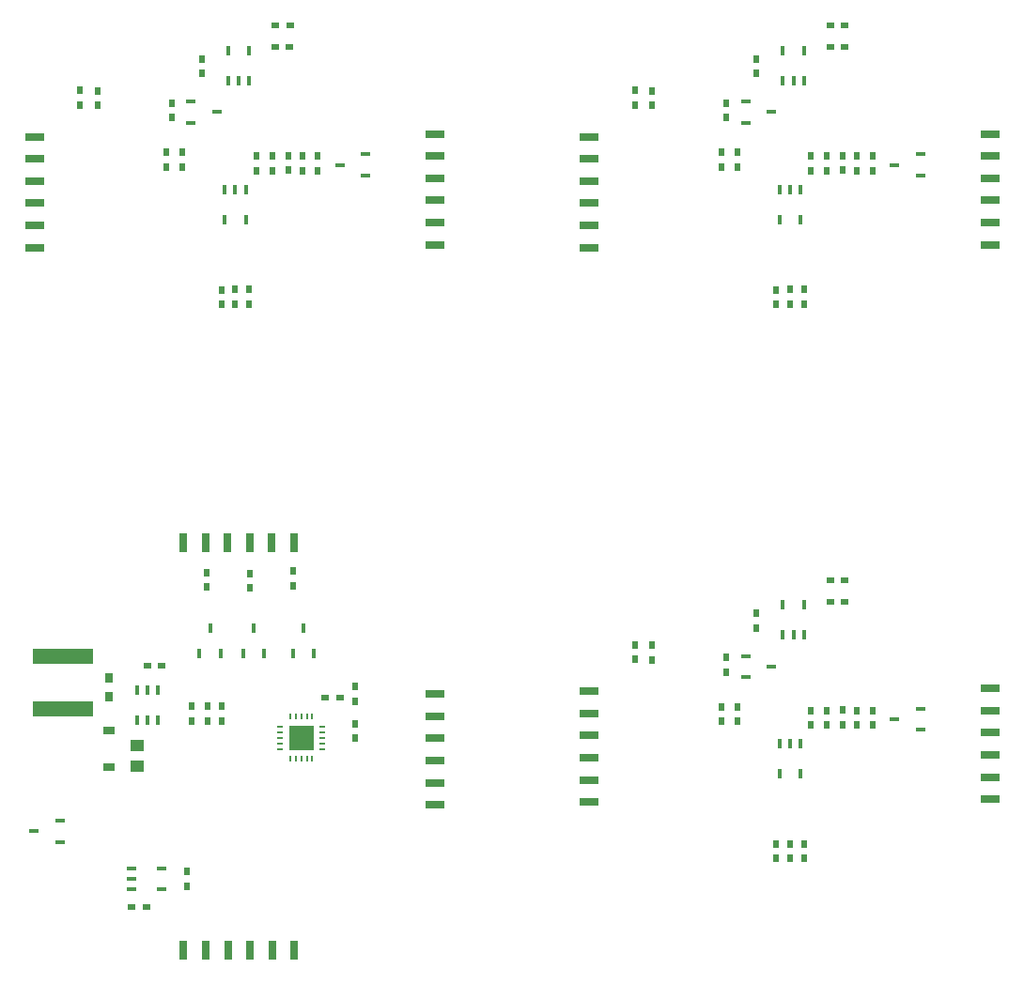
<source format=gbr>
G04 DipTrace 2.4.0.2*
%INTopPaste.gbr*%
%MOMM*%
%ADD56R,2.246X2.246*%
%ADD58O,0.646X0.096*%
%ADD60O,0.096X0.646*%
%ADD62R,0.896X0.396*%
%ADD64R,0.396X0.896*%
%ADD66R,0.846X0.446*%
%ADD68R,0.446X0.846*%
%ADD70R,5.496X1.396*%
%ADD72R,1.796X0.796*%
%ADD76R,0.796X1.796*%
%ADD84R,1.015X0.71*%
%ADD90R,0.696X0.496*%
%ADD92R,1.296X1.096*%
%ADD94R,0.796X0.896*%
%ADD96R,0.496X0.696*%
%FSLAX53Y53*%
G04*
G71*
G90*
G75*
G01*
%LNTopPaste*%
%LPD*%
D96*
X23771Y28531D3*
Y27231D3*
D94*
X13610Y31071D3*
Y29371D3*
D92*
X16150Y23100D3*
Y25000D3*
D90*
X17103Y32182D3*
X18403D3*
D96*
X20631Y13607D3*
Y12307D3*
D90*
X15709Y10431D3*
X17009D3*
D96*
X35800Y26950D3*
Y25650D3*
X62613Y34035D3*
Y32735D3*
Y84035D3*
Y82735D3*
X12613Y84035D3*
Y82735D3*
D90*
X79933Y37989D3*
X78633D3*
X79933Y87989D3*
X78633D3*
X29933D3*
X28633D3*
D96*
X76917Y28146D3*
Y26846D3*
Y78146D3*
Y76846D3*
X26917Y78146D3*
Y76846D3*
X70249Y28463D3*
Y27163D3*
Y78463D3*
Y77163D3*
X20249Y78463D3*
Y77163D3*
D84*
X13600Y23062D3*
Y26338D3*
D96*
X82474Y28146D3*
Y26846D3*
Y78146D3*
Y76846D3*
X32474Y78146D3*
Y76846D3*
X69296Y31639D3*
Y32939D3*
Y81639D3*
Y82939D3*
X19296Y81639D3*
Y82939D3*
D76*
X20350Y6500D3*
X22350D3*
X24350D3*
X26350D3*
X28350D3*
X30350D3*
X30316Y43296D3*
X28316D3*
X26316D3*
X24316D3*
X22316D3*
X20316D3*
D72*
X43017Y19640D3*
Y21640D3*
Y23640D3*
Y25640D3*
Y27640D3*
Y29640D3*
X56912Y29892D3*
Y27892D3*
Y25892D3*
Y23892D3*
Y21892D3*
Y19892D3*
Y79892D3*
Y77892D3*
Y75892D3*
Y73892D3*
Y71892D3*
Y69892D3*
X6912Y79892D3*
Y77892D3*
Y75892D3*
Y73892D3*
Y71892D3*
Y69892D3*
X93050Y20150D3*
Y22150D3*
Y24150D3*
Y26150D3*
Y28150D3*
Y30150D3*
Y70150D3*
Y72150D3*
Y74150D3*
Y76150D3*
Y78150D3*
Y80150D3*
X43050Y70150D3*
Y72150D3*
Y74150D3*
Y76150D3*
Y78150D3*
Y80150D3*
D70*
X9500Y33000D3*
Y28300D3*
D68*
X25711Y33294D3*
X27611D3*
X26661Y35594D3*
X30198Y33258D3*
X32098D3*
X31148Y35558D3*
X21800Y33300D3*
X23700D3*
X22750Y35600D3*
D66*
X9200Y16306D3*
Y18206D3*
X6900Y17256D3*
X71042Y33067D3*
Y31167D3*
X73342Y32117D3*
X71042Y83067D3*
Y81167D3*
X73342Y82117D3*
X21042Y83067D3*
Y81167D3*
X23342Y82117D3*
X86760Y26399D3*
Y28299D3*
X84460Y27349D3*
X86760Y76399D3*
Y78299D3*
X84460Y77349D3*
X36760Y76399D3*
Y78299D3*
X34460Y77349D3*
D96*
X22501Y27231D3*
Y28531D3*
X21072D3*
Y27231D3*
X26350Y39200D3*
Y40500D3*
X22450Y39300D3*
Y40600D3*
X30250Y39400D3*
Y40700D3*
D90*
X33137Y29337D3*
X34437D3*
D96*
X35800Y30300D3*
Y29000D3*
X61040Y32750D3*
Y34050D3*
Y82750D3*
Y84050D3*
X11040Y82750D3*
Y84050D3*
X71995Y35608D3*
Y36908D3*
Y85608D3*
Y86908D3*
X21995Y85608D3*
Y86908D3*
X81045Y28146D3*
Y26846D3*
Y78146D3*
Y76846D3*
X31045Y78146D3*
Y76846D3*
D90*
X79950Y39900D3*
X78650D3*
X79950Y89900D3*
X78650D3*
X29950D3*
X28650D3*
D96*
X79775Y26876D3*
Y28176D3*
Y76876D3*
Y78176D3*
X29775Y76876D3*
Y78176D3*
X78346Y28146D3*
Y26846D3*
Y78146D3*
Y76846D3*
X28346Y78146D3*
Y76846D3*
X68820Y28463D3*
Y27163D3*
Y78463D3*
Y77163D3*
X18820Y78463D3*
Y77163D3*
X73756Y14794D3*
Y16094D3*
Y64794D3*
Y66094D3*
X23756Y64794D3*
Y66094D3*
X75012Y14809D3*
Y16109D3*
Y64809D3*
Y66109D3*
X25012Y64809D3*
Y66109D3*
X76282Y14809D3*
Y16109D3*
Y64809D3*
Y66109D3*
X26282Y64809D3*
Y66109D3*
D64*
X16150Y27261D3*
X17100D3*
X18050D3*
Y29961D3*
X17100D3*
X16150D3*
D62*
X15709Y13924D3*
Y12974D3*
Y12024D3*
X18409D3*
Y13924D3*
D60*
X29961Y23781D3*
X30461D3*
X30961D3*
X31461D3*
X31961D3*
D58*
X32861Y24681D3*
Y25181D3*
Y25681D3*
Y26181D3*
Y26681D3*
D60*
X31961Y27581D3*
X31461D3*
X30961D3*
X30461D3*
X29961D3*
D58*
X29061Y26681D3*
Y26181D3*
Y25681D3*
Y25181D3*
Y24681D3*
D56*
X30961Y25681D3*
D64*
X75964Y25129D3*
X75014D3*
X74064D3*
Y22429D3*
X75964D3*
Y75129D3*
X75014D3*
X74064D3*
Y72429D3*
X75964D3*
X25964Y75129D3*
X25014D3*
X24064D3*
Y72429D3*
X25964D3*
X74377Y34973D3*
X75326D3*
X76276D3*
Y37673D3*
X74377D3*
Y84973D3*
X75326D3*
X76276D3*
Y87673D3*
X74377D3*
X24377Y84973D3*
X25327D3*
X26277D3*
Y87673D3*
X24377D3*
M02*

</source>
